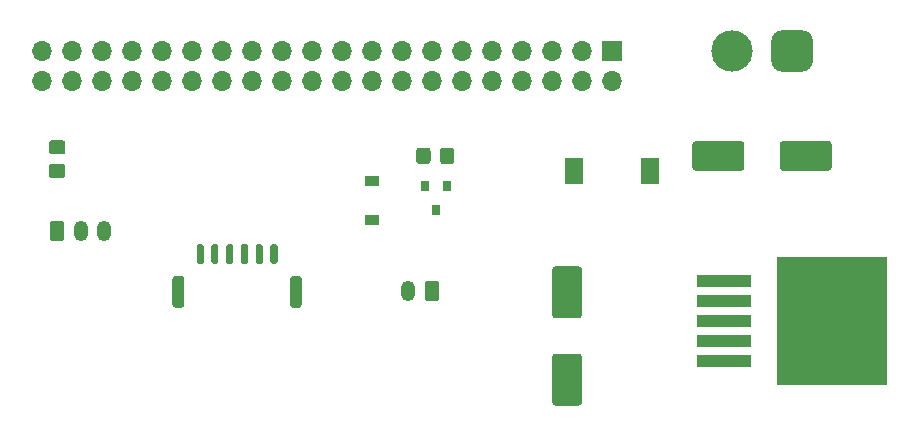
<source format=gbr>
%TF.GenerationSoftware,KiCad,Pcbnew,5.1.7*%
%TF.CreationDate,2020-11-04T07:04:29+03:00*%
%TF.ProjectId,rpi2_hls_lfcd2,72706932-5f68-46c7-935f-6c666364322e,rev?*%
%TF.SameCoordinates,Original*%
%TF.FileFunction,Soldermask,Top*%
%TF.FilePolarity,Negative*%
%FSLAX46Y46*%
G04 Gerber Fmt 4.6, Leading zero omitted, Abs format (unit mm)*
G04 Created by KiCad (PCBNEW 5.1.7) date 2020-11-04 07:04:29*
%MOMM*%
%LPD*%
G01*
G04 APERTURE LIST*
%ADD10C,3.500000*%
%ADD11O,1.200000X1.750000*%
%ADD12O,1.700000X1.700000*%
%ADD13R,1.700000X1.700000*%
%ADD14R,9.400000X10.800000*%
%ADD15R,4.600000X1.100000*%
%ADD16R,0.800000X0.900000*%
%ADD17R,1.500000X2.200000*%
%ADD18R,1.200000X0.900000*%
G04 APERTURE END LIST*
D10*
%TO.C,J4*%
X203200000Y-71120000D03*
G36*
G01*
X210030000Y-70245000D02*
X210030000Y-71995000D01*
G75*
G02*
X209155000Y-72870000I-875000J0D01*
G01*
X207405000Y-72870000D01*
G75*
G02*
X206530000Y-71995000I0J875000D01*
G01*
X206530000Y-70245000D01*
G75*
G02*
X207405000Y-69370000I875000J0D01*
G01*
X209155000Y-69370000D01*
G75*
G02*
X210030000Y-70245000I0J-875000D01*
G01*
G37*
%TD*%
D11*
%TO.C,J3*%
X175800000Y-91440000D03*
G36*
G01*
X178400000Y-90814999D02*
X178400000Y-92065001D01*
G75*
G02*
X178150001Y-92315000I-249999J0D01*
G01*
X177449999Y-92315000D01*
G75*
G02*
X177200000Y-92065001I0J249999D01*
G01*
X177200000Y-90814999D01*
G75*
G02*
X177449999Y-90565000I249999J0D01*
G01*
X178150001Y-90565000D01*
G75*
G02*
X178400000Y-90814999I0J-249999D01*
G01*
G37*
%TD*%
%TO.C,J2*%
X150050000Y-86360000D03*
X148050000Y-86360000D03*
G36*
G01*
X145450000Y-86985001D02*
X145450000Y-85734999D01*
G75*
G02*
X145699999Y-85485000I249999J0D01*
G01*
X146400001Y-85485000D01*
G75*
G02*
X146650000Y-85734999I0J-249999D01*
G01*
X146650000Y-86985001D01*
G75*
G02*
X146400001Y-87235000I-249999J0D01*
G01*
X145699999Y-87235000D01*
G75*
G02*
X145450000Y-86985001I0J249999D01*
G01*
G37*
%TD*%
%TO.C,C2*%
G36*
G01*
X207240000Y-81010000D02*
X207240000Y-79010000D01*
G75*
G02*
X207490000Y-78760000I250000J0D01*
G01*
X211390000Y-78760000D01*
G75*
G02*
X211640000Y-79010000I0J-250000D01*
G01*
X211640000Y-81010000D01*
G75*
G02*
X211390000Y-81260000I-250000J0D01*
G01*
X207490000Y-81260000D01*
G75*
G02*
X207240000Y-81010000I0J250000D01*
G01*
G37*
G36*
G01*
X199840000Y-81010000D02*
X199840000Y-79010000D01*
G75*
G02*
X200090000Y-78760000I250000J0D01*
G01*
X203990000Y-78760000D01*
G75*
G02*
X204240000Y-79010000I0J-250000D01*
G01*
X204240000Y-81010000D01*
G75*
G02*
X203990000Y-81260000I-250000J0D01*
G01*
X200090000Y-81260000D01*
G75*
G02*
X199840000Y-81010000I0J250000D01*
G01*
G37*
%TD*%
D12*
%TO.C,J1*%
X144780000Y-73660000D03*
X144780000Y-71120000D03*
X147320000Y-73660000D03*
X147320000Y-71120000D03*
X149860000Y-73660000D03*
X149860000Y-71120000D03*
X152400000Y-73660000D03*
X152400000Y-71120000D03*
X154940000Y-73660000D03*
X154940000Y-71120000D03*
X157480000Y-73660000D03*
X157480000Y-71120000D03*
X160020000Y-73660000D03*
X160020000Y-71120000D03*
X162560000Y-73660000D03*
X162560000Y-71120000D03*
X165100000Y-73660000D03*
X165100000Y-71120000D03*
X167640000Y-73660000D03*
X167640000Y-71120000D03*
X170180000Y-73660000D03*
X170180000Y-71120000D03*
X172720000Y-73660000D03*
X172720000Y-71120000D03*
X175260000Y-73660000D03*
X175260000Y-71120000D03*
X177800000Y-73660000D03*
X177800000Y-71120000D03*
X180340000Y-73660000D03*
X180340000Y-71120000D03*
X182880000Y-73660000D03*
X182880000Y-71120000D03*
X185420000Y-73660000D03*
X185420000Y-71120000D03*
X187960000Y-73660000D03*
X187960000Y-71120000D03*
X190500000Y-73660000D03*
X190500000Y-71120000D03*
X193040000Y-73660000D03*
D13*
X193040000Y-71120000D03*
%TD*%
D14*
%TO.C,U1*%
X211655000Y-93980000D03*
D15*
X202505000Y-97380000D03*
X202505000Y-95680000D03*
X202505000Y-93980000D03*
X202505000Y-92280000D03*
X202505000Y-90580000D03*
%TD*%
%TO.C,R2*%
G36*
G01*
X145599999Y-80680000D02*
X146500001Y-80680000D01*
G75*
G02*
X146750000Y-80929999I0J-249999D01*
G01*
X146750000Y-81630001D01*
G75*
G02*
X146500001Y-81880000I-249999J0D01*
G01*
X145599999Y-81880000D01*
G75*
G02*
X145350000Y-81630001I0J249999D01*
G01*
X145350000Y-80929999D01*
G75*
G02*
X145599999Y-80680000I249999J0D01*
G01*
G37*
G36*
G01*
X145599999Y-78680000D02*
X146500001Y-78680000D01*
G75*
G02*
X146750000Y-78929999I0J-249999D01*
G01*
X146750000Y-79630001D01*
G75*
G02*
X146500001Y-79880000I-249999J0D01*
G01*
X145599999Y-79880000D01*
G75*
G02*
X145350000Y-79630001I0J249999D01*
G01*
X145350000Y-78929999D01*
G75*
G02*
X145599999Y-78680000I249999J0D01*
G01*
G37*
%TD*%
%TO.C,R1*%
G36*
G01*
X178470000Y-80460001D02*
X178470000Y-79559999D01*
G75*
G02*
X178719999Y-79310000I249999J0D01*
G01*
X179420001Y-79310000D01*
G75*
G02*
X179670000Y-79559999I0J-249999D01*
G01*
X179670000Y-80460001D01*
G75*
G02*
X179420001Y-80710000I-249999J0D01*
G01*
X178719999Y-80710000D01*
G75*
G02*
X178470000Y-80460001I0J249999D01*
G01*
G37*
G36*
G01*
X176470000Y-80460001D02*
X176470000Y-79559999D01*
G75*
G02*
X176719999Y-79310000I249999J0D01*
G01*
X177420001Y-79310000D01*
G75*
G02*
X177670000Y-79559999I0J-249999D01*
G01*
X177670000Y-80460001D01*
G75*
G02*
X177420001Y-80710000I-249999J0D01*
G01*
X176719999Y-80710000D01*
G75*
G02*
X176470000Y-80460001I0J249999D01*
G01*
G37*
%TD*%
D16*
%TO.C,Q1*%
X178120000Y-84550000D03*
X177170000Y-82550000D03*
X179070000Y-82550000D03*
%TD*%
D17*
%TO.C,L1*%
X189840000Y-81280000D03*
X196240000Y-81280000D03*
%TD*%
D18*
%TO.C,D3*%
X172720000Y-82170000D03*
X172720000Y-85470000D03*
%TD*%
%TO.C,D1*%
G36*
G01*
X165765000Y-92620000D02*
X165765000Y-90420000D01*
G75*
G02*
X166015000Y-90170000I250000J0D01*
G01*
X166515000Y-90170000D01*
G75*
G02*
X166765000Y-90420000I0J-250000D01*
G01*
X166765000Y-92620000D01*
G75*
G02*
X166515000Y-92870000I-250000J0D01*
G01*
X166015000Y-92870000D01*
G75*
G02*
X165765000Y-92620000I0J250000D01*
G01*
G37*
G36*
G01*
X155815000Y-92620000D02*
X155815000Y-90420000D01*
G75*
G02*
X156065000Y-90170000I250000J0D01*
G01*
X156565000Y-90170000D01*
G75*
G02*
X156815000Y-90420000I0J-250000D01*
G01*
X156815000Y-92620000D01*
G75*
G02*
X156565000Y-92870000I-250000J0D01*
G01*
X156065000Y-92870000D01*
G75*
G02*
X155815000Y-92620000I0J250000D01*
G01*
G37*
G36*
G01*
X164115000Y-89020000D02*
X164115000Y-87620000D01*
G75*
G02*
X164265000Y-87470000I150000J0D01*
G01*
X164565000Y-87470000D01*
G75*
G02*
X164715000Y-87620000I0J-150000D01*
G01*
X164715000Y-89020000D01*
G75*
G02*
X164565000Y-89170000I-150000J0D01*
G01*
X164265000Y-89170000D01*
G75*
G02*
X164115000Y-89020000I0J150000D01*
G01*
G37*
G36*
G01*
X162865000Y-89020000D02*
X162865000Y-87620000D01*
G75*
G02*
X163015000Y-87470000I150000J0D01*
G01*
X163315000Y-87470000D01*
G75*
G02*
X163465000Y-87620000I0J-150000D01*
G01*
X163465000Y-89020000D01*
G75*
G02*
X163315000Y-89170000I-150000J0D01*
G01*
X163015000Y-89170000D01*
G75*
G02*
X162865000Y-89020000I0J150000D01*
G01*
G37*
G36*
G01*
X161615000Y-89020000D02*
X161615000Y-87620000D01*
G75*
G02*
X161765000Y-87470000I150000J0D01*
G01*
X162065000Y-87470000D01*
G75*
G02*
X162215000Y-87620000I0J-150000D01*
G01*
X162215000Y-89020000D01*
G75*
G02*
X162065000Y-89170000I-150000J0D01*
G01*
X161765000Y-89170000D01*
G75*
G02*
X161615000Y-89020000I0J150000D01*
G01*
G37*
G36*
G01*
X160365000Y-89020000D02*
X160365000Y-87620000D01*
G75*
G02*
X160515000Y-87470000I150000J0D01*
G01*
X160815000Y-87470000D01*
G75*
G02*
X160965000Y-87620000I0J-150000D01*
G01*
X160965000Y-89020000D01*
G75*
G02*
X160815000Y-89170000I-150000J0D01*
G01*
X160515000Y-89170000D01*
G75*
G02*
X160365000Y-89020000I0J150000D01*
G01*
G37*
G36*
G01*
X159115000Y-89020000D02*
X159115000Y-87620000D01*
G75*
G02*
X159265000Y-87470000I150000J0D01*
G01*
X159565000Y-87470000D01*
G75*
G02*
X159715000Y-87620000I0J-150000D01*
G01*
X159715000Y-89020000D01*
G75*
G02*
X159565000Y-89170000I-150000J0D01*
G01*
X159265000Y-89170000D01*
G75*
G02*
X159115000Y-89020000I0J150000D01*
G01*
G37*
G36*
G01*
X157865000Y-89020000D02*
X157865000Y-87620000D01*
G75*
G02*
X158015000Y-87470000I150000J0D01*
G01*
X158315000Y-87470000D01*
G75*
G02*
X158465000Y-87620000I0J-150000D01*
G01*
X158465000Y-89020000D01*
G75*
G02*
X158315000Y-89170000I-150000J0D01*
G01*
X158015000Y-89170000D01*
G75*
G02*
X157865000Y-89020000I0J150000D01*
G01*
G37*
%TD*%
%TO.C,C1*%
G36*
G01*
X188230000Y-96750000D02*
X190230000Y-96750000D01*
G75*
G02*
X190480000Y-97000000I0J-250000D01*
G01*
X190480000Y-100900000D01*
G75*
G02*
X190230000Y-101150000I-250000J0D01*
G01*
X188230000Y-101150000D01*
G75*
G02*
X187980000Y-100900000I0J250000D01*
G01*
X187980000Y-97000000D01*
G75*
G02*
X188230000Y-96750000I250000J0D01*
G01*
G37*
G36*
G01*
X188230000Y-89350000D02*
X190230000Y-89350000D01*
G75*
G02*
X190480000Y-89600000I0J-250000D01*
G01*
X190480000Y-93500000D01*
G75*
G02*
X190230000Y-93750000I-250000J0D01*
G01*
X188230000Y-93750000D01*
G75*
G02*
X187980000Y-93500000I0J250000D01*
G01*
X187980000Y-89600000D01*
G75*
G02*
X188230000Y-89350000I250000J0D01*
G01*
G37*
%TD*%
M02*

</source>
